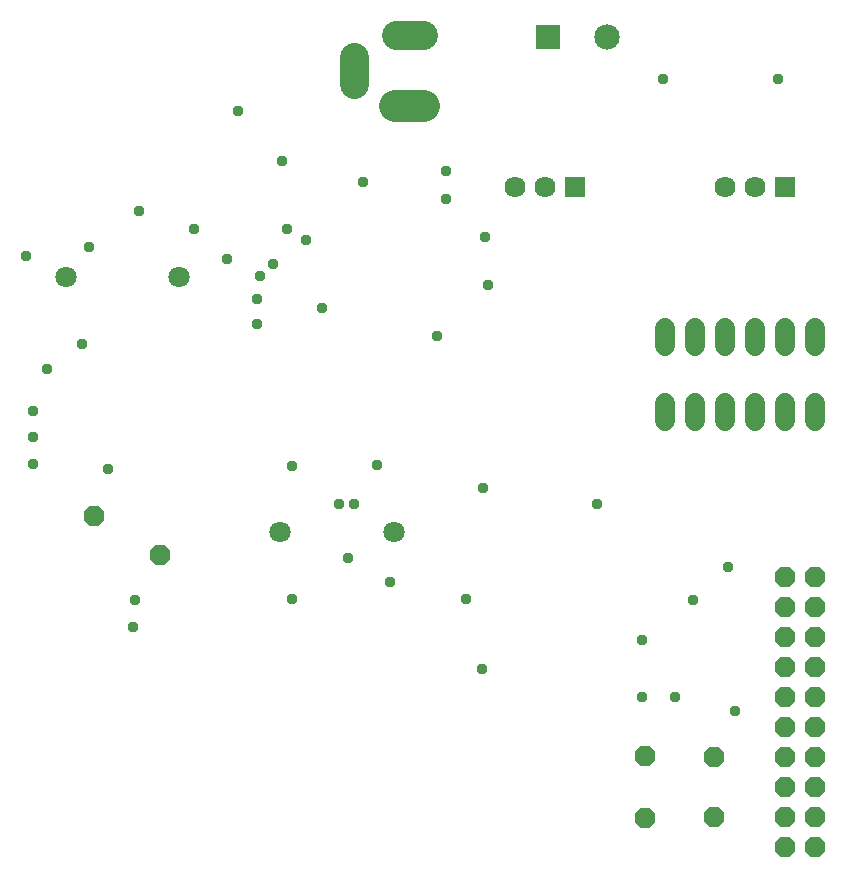
<source format=gbr>
G04 EAGLE Gerber RS-274X export*
G75*
%MOMM*%
%FSLAX34Y34*%
%LPD*%
%INSoldermask Bottom*%
%IPPOS*%
%AMOC8*
5,1,8,0,0,1.08239X$1,22.5*%
G01*
%ADD10C,1.727200*%
%ADD11P,1.869504X8X112.500000*%
%ADD12C,1.803200*%
%ADD13C,1.793200*%
%ADD14R,1.793200X1.793200*%
%ADD15P,1.869504X8X22.500000*%
%ADD16R,2.153200X2.153200*%
%ADD17C,2.153200*%
%ADD18C,2.703200*%
%ADD19C,2.453200*%
%ADD20C,0.959600*%


D10*
X584200Y462280D02*
X584200Y477520D01*
X609600Y477520D02*
X609600Y462280D01*
X635000Y462280D02*
X635000Y477520D01*
X660400Y477520D02*
X660400Y462280D01*
X685800Y462280D02*
X685800Y477520D01*
X711200Y477520D02*
X711200Y462280D01*
X584200Y414020D02*
X584200Y398780D01*
X609600Y398780D02*
X609600Y414020D01*
X635000Y414020D02*
X635000Y398780D01*
X660400Y398780D02*
X660400Y414020D01*
X685800Y414020D02*
X685800Y398780D01*
X711200Y398780D02*
X711200Y414020D01*
D11*
X711200Y38100D03*
X685800Y38100D03*
X711200Y63500D03*
X685800Y63500D03*
X711200Y88900D03*
X685800Y88900D03*
X711200Y114300D03*
X685800Y114300D03*
X711200Y139700D03*
X685800Y139700D03*
X711200Y165100D03*
X685800Y165100D03*
X711200Y190500D03*
X685800Y190500D03*
X711200Y215900D03*
X685800Y215900D03*
X711200Y241300D03*
X685800Y241300D03*
X711200Y266700D03*
X685800Y266700D03*
D12*
X354800Y304800D03*
X258800Y304800D03*
X77000Y520700D03*
X173000Y520700D03*
D13*
X635000Y596900D03*
D14*
X685800Y596900D03*
D13*
X660400Y596900D03*
X457200Y596900D03*
D14*
X508000Y596900D03*
D13*
X482600Y596900D03*
D15*
X625602Y114554D03*
X625602Y63246D03*
X567182Y114808D03*
X101092Y318516D03*
X156972Y284988D03*
X567182Y62992D03*
D16*
X485540Y723900D03*
D17*
X535540Y723900D03*
D18*
X380800Y665480D02*
X355800Y665480D01*
D19*
X357050Y725480D02*
X379550Y725480D01*
X321300Y706730D02*
X321300Y684230D01*
D20*
X43346Y538480D03*
X113030Y358140D03*
X241808Y521208D03*
X252730Y532130D03*
X593090Y164844D03*
X565150Y164844D03*
X294464Y494580D03*
X328450Y601218D03*
X96520Y546100D03*
X280670Y552450D03*
X416336Y248210D03*
X268800Y248494D03*
X268800Y361106D03*
X260126Y619050D03*
X680466Y688114D03*
X91000Y464394D03*
X139000Y577006D03*
X238986Y502412D03*
X399006Y586740D03*
X583184Y688114D03*
X223294Y661416D03*
X49304Y362204D03*
X49304Y385572D03*
X135664Y247650D03*
X134394Y224028D03*
X49304Y407416D03*
X432026Y554228D03*
X238986Y481330D03*
X430022Y341856D03*
X399006Y610870D03*
X429260Y189004D03*
X264160Y561340D03*
X185420Y561340D03*
X340360Y361950D03*
X351790Y262890D03*
X316230Y283210D03*
X60960Y443230D03*
X213360Y535940D03*
X637540Y275590D03*
X608330Y247650D03*
X321310Y328930D03*
X527050Y328930D03*
X643890Y153670D03*
X434340Y514350D03*
X391160Y471170D03*
X565150Y213360D03*
X308610Y328930D03*
M02*

</source>
